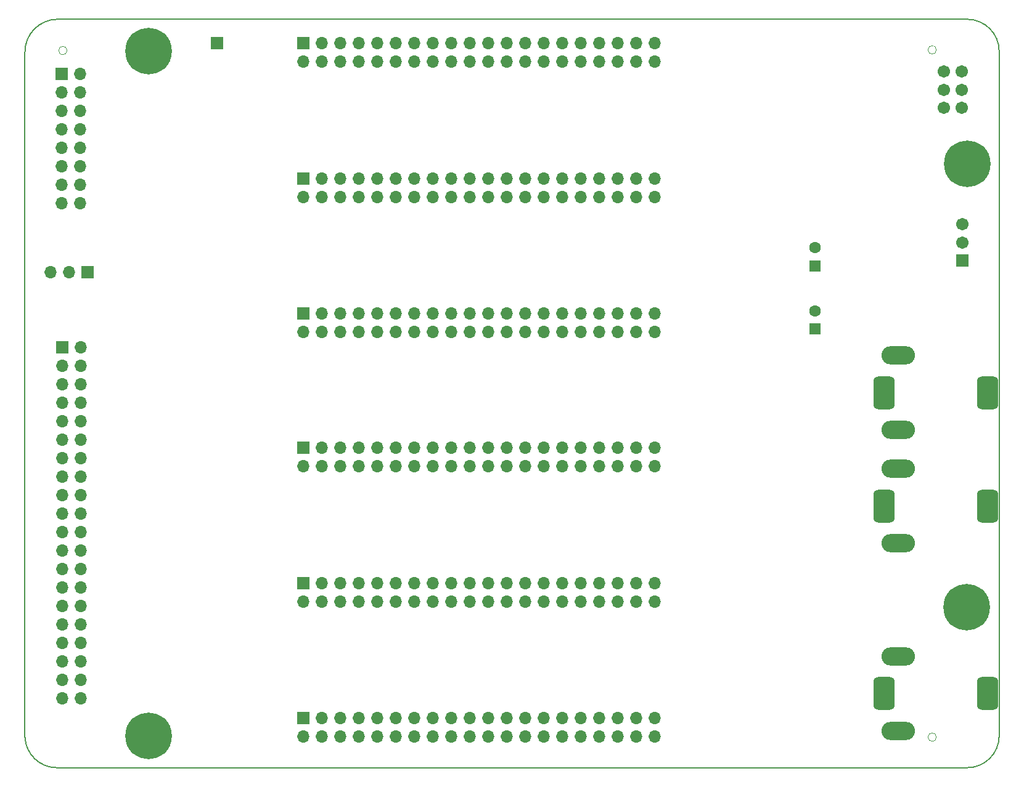
<source format=gbr>
G04 #@! TF.GenerationSoftware,KiCad,Pcbnew,7.0.11*
G04 #@! TF.CreationDate,2025-06-23T22:08:32-07:00*
G04 #@! TF.ProjectId,vca_backplane,7663615f-6261-4636-9b70-6c616e652e6b,0.3*
G04 #@! TF.SameCoordinates,Original*
G04 #@! TF.FileFunction,Soldermask,Bot*
G04 #@! TF.FilePolarity,Negative*
%FSLAX46Y46*%
G04 Gerber Fmt 4.6, Leading zero omitted, Abs format (unit mm)*
G04 Created by KiCad (PCBNEW 7.0.11) date 2025-06-23 22:08:32*
%MOMM*%
%LPD*%
G01*
G04 APERTURE LIST*
G04 Aperture macros list*
%AMRoundRect*
0 Rectangle with rounded corners*
0 $1 Rounding radius*
0 $2 $3 $4 $5 $6 $7 $8 $9 X,Y pos of 4 corners*
0 Add a 4 corners polygon primitive as box body*
4,1,4,$2,$3,$4,$5,$6,$7,$8,$9,$2,$3,0*
0 Add four circle primitives for the rounded corners*
1,1,$1+$1,$2,$3*
1,1,$1+$1,$4,$5*
1,1,$1+$1,$6,$7*
1,1,$1+$1,$8,$9*
0 Add four rect primitives between the rounded corners*
20,1,$1+$1,$2,$3,$4,$5,0*
20,1,$1+$1,$4,$5,$6,$7,0*
20,1,$1+$1,$6,$7,$8,$9,0*
20,1,$1+$1,$8,$9,$2,$3,0*%
G04 Aperture macros list end*
%ADD10C,6.400000*%
%ADD11R,1.700000X1.700000*%
%ADD12O,1.700000X1.700000*%
%ADD13RoundRect,0.725000X0.725000X-1.575000X0.725000X1.575000X-0.725000X1.575000X-0.725000X-1.575000X0*%
%ADD14O,4.600000X2.500000*%
%ADD15C,1.712000*%
%ADD16R,1.600000X1.600000*%
%ADD17C,1.600000*%
%ADD18RoundRect,0.102000X0.754000X-0.754000X0.754000X0.754000X-0.754000X0.754000X-0.754000X-0.754000X0*%
G04 #@! TA.AperFunction,Profile*
%ADD19C,0.150000*%
G04 #@! TD*
G04 #@! TA.AperFunction,Profile*
%ADD20C,0.050000*%
G04 #@! TD*
G04 APERTURE END LIST*
D10*
X55800000Y-44800000D03*
D11*
X77000000Y-62300000D03*
D12*
X77000000Y-64840000D03*
X79540000Y-62300000D03*
X79540000Y-64840000D03*
X82080000Y-62300000D03*
X82080000Y-64840000D03*
X84620000Y-62300000D03*
X84620000Y-64840000D03*
X87160000Y-62300000D03*
X87160000Y-64840000D03*
X89700000Y-62300000D03*
X89700000Y-64840000D03*
X92240000Y-62300000D03*
X92240000Y-64840000D03*
X94780000Y-62300000D03*
X94780000Y-64840000D03*
X97320000Y-62300000D03*
X97320000Y-64840000D03*
X99860000Y-62300000D03*
X99860000Y-64840000D03*
X102400000Y-62300000D03*
X102400000Y-64840000D03*
X104940000Y-62300000D03*
X104940000Y-64840000D03*
X107480000Y-62300000D03*
X107480000Y-64840000D03*
X110020000Y-62300000D03*
X110020000Y-64840000D03*
X112560000Y-62300000D03*
X112560000Y-64840000D03*
X115100000Y-62300000D03*
X115100000Y-64840000D03*
X117640000Y-62300000D03*
X117640000Y-64840000D03*
X120180000Y-62300000D03*
X120180000Y-64840000D03*
X122720000Y-62300000D03*
X122720000Y-64840000D03*
X125260000Y-62300000D03*
X125260000Y-64840000D03*
D11*
X77000000Y-80840000D03*
D12*
X77000000Y-83380000D03*
X79540000Y-80840000D03*
X79540000Y-83380000D03*
X82080000Y-80840000D03*
X82080000Y-83380000D03*
X84620000Y-80840000D03*
X84620000Y-83380000D03*
X87160000Y-80840000D03*
X87160000Y-83380000D03*
X89700000Y-80840000D03*
X89700000Y-83380000D03*
X92240000Y-80840000D03*
X92240000Y-83380000D03*
X94780000Y-80840000D03*
X94780000Y-83380000D03*
X97320000Y-80840000D03*
X97320000Y-83380000D03*
X99860000Y-80840000D03*
X99860000Y-83380000D03*
X102400000Y-80840000D03*
X102400000Y-83380000D03*
X104940000Y-80840000D03*
X104940000Y-83380000D03*
X107480000Y-80840000D03*
X107480000Y-83380000D03*
X110020000Y-80840000D03*
X110020000Y-83380000D03*
X112560000Y-80840000D03*
X112560000Y-83380000D03*
X115100000Y-80840000D03*
X115100000Y-83380000D03*
X117640000Y-80840000D03*
X117640000Y-83380000D03*
X120180000Y-80840000D03*
X120180000Y-83380000D03*
X122720000Y-80840000D03*
X122720000Y-83380000D03*
X125260000Y-80840000D03*
X125260000Y-83380000D03*
D11*
X77000000Y-117960000D03*
D12*
X77000000Y-120500000D03*
X79540000Y-117960000D03*
X79540000Y-120500000D03*
X82080000Y-117960000D03*
X82080000Y-120500000D03*
X84620000Y-117960000D03*
X84620000Y-120500000D03*
X87160000Y-117960000D03*
X87160000Y-120500000D03*
X89700000Y-117960000D03*
X89700000Y-120500000D03*
X92240000Y-117960000D03*
X92240000Y-120500000D03*
X94780000Y-117960000D03*
X94780000Y-120500000D03*
X97320000Y-117960000D03*
X97320000Y-120500000D03*
X99860000Y-117960000D03*
X99860000Y-120500000D03*
X102400000Y-117960000D03*
X102400000Y-120500000D03*
X104940000Y-117960000D03*
X104940000Y-120500000D03*
X107480000Y-117960000D03*
X107480000Y-120500000D03*
X110020000Y-117960000D03*
X110020000Y-120500000D03*
X112560000Y-117960000D03*
X112560000Y-120500000D03*
X115100000Y-117960000D03*
X115100000Y-120500000D03*
X117640000Y-117960000D03*
X117640000Y-120500000D03*
X120180000Y-117960000D03*
X120180000Y-120500000D03*
X122720000Y-117960000D03*
X122720000Y-120500000D03*
X125260000Y-117960000D03*
X125260000Y-120500000D03*
D13*
X170970000Y-107325000D03*
D14*
X158720000Y-112425000D03*
D13*
X156770000Y-107325000D03*
D14*
X158720000Y-102175000D03*
D13*
X170970000Y-91725000D03*
D14*
X158720000Y-96825000D03*
D13*
X156770000Y-91725000D03*
D14*
X158720000Y-86575000D03*
D11*
X43925000Y-85475000D03*
D12*
X46465000Y-85475000D03*
X43925000Y-88015000D03*
X46465000Y-88015000D03*
X43925000Y-90555000D03*
X46465000Y-90555000D03*
X43925000Y-93095000D03*
X46465000Y-93095000D03*
X43925000Y-95635000D03*
X46465000Y-95635000D03*
X43925000Y-98175000D03*
X46465000Y-98175000D03*
X43925000Y-100715000D03*
X46465000Y-100715000D03*
X43925000Y-103255000D03*
X46465000Y-103255000D03*
X43925000Y-105795000D03*
X46465000Y-105795000D03*
X43925000Y-108335000D03*
X46465000Y-108335000D03*
X43925000Y-110875000D03*
X46465000Y-110875000D03*
X43925000Y-113415000D03*
X46465000Y-113415000D03*
X43925000Y-115955000D03*
X46465000Y-115955000D03*
X43925000Y-118495000D03*
X46465000Y-118495000D03*
X43925000Y-121035000D03*
X46465000Y-121035000D03*
X43925000Y-123575000D03*
X46465000Y-123575000D03*
X43925000Y-126115000D03*
X46465000Y-126115000D03*
X43925000Y-128655000D03*
X46465000Y-128655000D03*
X43925000Y-131195000D03*
X46465000Y-131195000D03*
X43925000Y-133735000D03*
X46465000Y-133735000D03*
D10*
X55800000Y-138900000D03*
X168100000Y-121200000D03*
X168200000Y-60300000D03*
D15*
X164962500Y-52600000D03*
X164962500Y-50100000D03*
X164962500Y-47600000D03*
X167462500Y-52600000D03*
X167462500Y-50100000D03*
X167462500Y-47600000D03*
D11*
X65200000Y-43700000D03*
X77000000Y-99280000D03*
D12*
X77000000Y-101820000D03*
X79540000Y-99280000D03*
X79540000Y-101820000D03*
X82080000Y-99280000D03*
X82080000Y-101820000D03*
X84620000Y-99280000D03*
X84620000Y-101820000D03*
X87160000Y-99280000D03*
X87160000Y-101820000D03*
X89700000Y-99280000D03*
X89700000Y-101820000D03*
X92240000Y-99280000D03*
X92240000Y-101820000D03*
X94780000Y-99280000D03*
X94780000Y-101820000D03*
X97320000Y-99280000D03*
X97320000Y-101820000D03*
X99860000Y-99280000D03*
X99860000Y-101820000D03*
X102400000Y-99280000D03*
X102400000Y-101820000D03*
X104940000Y-99280000D03*
X104940000Y-101820000D03*
X107480000Y-99280000D03*
X107480000Y-101820000D03*
X110020000Y-99280000D03*
X110020000Y-101820000D03*
X112560000Y-99280000D03*
X112560000Y-101820000D03*
X115100000Y-99280000D03*
X115100000Y-101820000D03*
X117640000Y-99280000D03*
X117640000Y-101820000D03*
X120180000Y-99280000D03*
X120180000Y-101820000D03*
X122720000Y-99280000D03*
X122720000Y-101820000D03*
X125260000Y-99280000D03*
X125260000Y-101820000D03*
D11*
X77000000Y-43660000D03*
D12*
X77000000Y-46200000D03*
X79540000Y-43660000D03*
X79540000Y-46200000D03*
X82080000Y-43660000D03*
X82080000Y-46200000D03*
X84620000Y-43660000D03*
X84620000Y-46200000D03*
X87160000Y-43660000D03*
X87160000Y-46200000D03*
X89700000Y-43660000D03*
X89700000Y-46200000D03*
X92240000Y-43660000D03*
X92240000Y-46200000D03*
X94780000Y-43660000D03*
X94780000Y-46200000D03*
X97320000Y-43660000D03*
X97320000Y-46200000D03*
X99860000Y-43660000D03*
X99860000Y-46200000D03*
X102400000Y-43660000D03*
X102400000Y-46200000D03*
X104940000Y-43660000D03*
X104940000Y-46200000D03*
X107480000Y-43660000D03*
X107480000Y-46200000D03*
X110020000Y-43660000D03*
X110020000Y-46200000D03*
X112560000Y-43660000D03*
X112560000Y-46200000D03*
X115100000Y-43660000D03*
X115100000Y-46200000D03*
X117640000Y-43660000D03*
X117640000Y-46200000D03*
X120180000Y-43660000D03*
X120180000Y-46200000D03*
X122720000Y-43660000D03*
X122720000Y-46200000D03*
X125260000Y-43660000D03*
X125260000Y-46200000D03*
D11*
X43860000Y-47920000D03*
D12*
X46400000Y-47920000D03*
X43860000Y-50460000D03*
X46400000Y-50460000D03*
X43860000Y-53000000D03*
X46400000Y-53000000D03*
X43860000Y-55540000D03*
X46400000Y-55540000D03*
X43860000Y-58080000D03*
X46400000Y-58080000D03*
X43860000Y-60620000D03*
X46400000Y-60620000D03*
X43860000Y-63160000D03*
X46400000Y-63160000D03*
X43860000Y-65700000D03*
X46400000Y-65700000D03*
D11*
X77000000Y-136500000D03*
D12*
X77000000Y-139040000D03*
X79540000Y-136500000D03*
X79540000Y-139040000D03*
X82080000Y-136500000D03*
X82080000Y-139040000D03*
X84620000Y-136500000D03*
X84620000Y-139040000D03*
X87160000Y-136500000D03*
X87160000Y-139040000D03*
X89700000Y-136500000D03*
X89700000Y-139040000D03*
X92240000Y-136500000D03*
X92240000Y-139040000D03*
X94780000Y-136500000D03*
X94780000Y-139040000D03*
X97320000Y-136500000D03*
X97320000Y-139040000D03*
X99860000Y-136500000D03*
X99860000Y-139040000D03*
X102400000Y-136500000D03*
X102400000Y-139040000D03*
X104940000Y-136500000D03*
X104940000Y-139040000D03*
X107480000Y-136500000D03*
X107480000Y-139040000D03*
X110020000Y-136500000D03*
X110020000Y-139040000D03*
X112560000Y-136500000D03*
X112560000Y-139040000D03*
X115100000Y-136500000D03*
X115100000Y-139040000D03*
X117640000Y-136500000D03*
X117640000Y-139040000D03*
X120180000Y-136500000D03*
X120180000Y-139040000D03*
X122720000Y-136500000D03*
X122720000Y-139040000D03*
X125260000Y-136500000D03*
X125260000Y-139040000D03*
D11*
X47400000Y-75200000D03*
D12*
X44860000Y-75200000D03*
X42320000Y-75200000D03*
D16*
X147300000Y-83000000D03*
D17*
X147300000Y-80500000D03*
D18*
X167500000Y-73600000D03*
D15*
X167500000Y-71100000D03*
X167500000Y-68600000D03*
D13*
X170970000Y-133125000D03*
D14*
X158720000Y-138225000D03*
D13*
X156770000Y-133125000D03*
D14*
X158720000Y-127975000D03*
D16*
X147300000Y-74282380D03*
D17*
X147300000Y-71782380D03*
D19*
X168100002Y-143299999D02*
X43200000Y-143300000D01*
D20*
X44576000Y-44700000D02*
G75*
G03*
X43424000Y-44700000I-576000J0D01*
G01*
X43424000Y-44700000D02*
G75*
G03*
X44576000Y-44700000I576000J0D01*
G01*
X163976000Y-44600000D02*
G75*
G03*
X162824000Y-44600000I-576000J0D01*
G01*
X162824000Y-44600000D02*
G75*
G03*
X163976000Y-44600000I576000J0D01*
G01*
D19*
X43200000Y-40395460D02*
G75*
G03*
X38798889Y-44895457I100000J-4500000D01*
G01*
X43200000Y-40400000D02*
X168200000Y-40400000D01*
D20*
X163976000Y-139100000D02*
G75*
G03*
X162824000Y-139100000I-576000J0D01*
G01*
X162824000Y-139100000D02*
G75*
G03*
X163976000Y-139100000I576000J0D01*
G01*
D19*
X38800000Y-139095457D02*
X38798889Y-44895457D01*
X172600000Y-44800000D02*
X172601135Y-138899999D01*
X168100002Y-143299999D02*
G75*
G03*
X172601135Y-138899999I99998J4399999D01*
G01*
X172600000Y-44800000D02*
G75*
G03*
X168200000Y-40400000I-4400000J0D01*
G01*
X38800041Y-139095455D02*
G75*
G03*
X43200000Y-143300000I4399959J199955D01*
G01*
M02*

</source>
